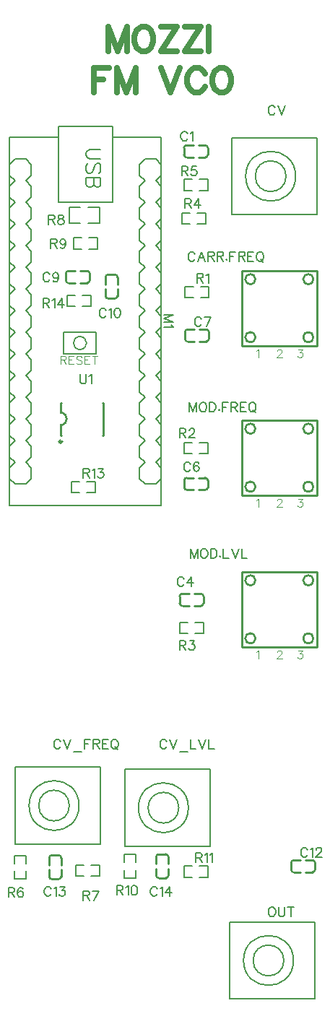
<source format=gto>
G04 Layer: TopSilkscreenLayer*
G04 EasyEDA v6.5.22, 2023-02-14 12:38:32*
G04 3ec02a8cd32b49f9a07c26a40bf890e6,7be1179030e74d40a97a3c751b95adb4,10*
G04 Gerber Generator version 0.2*
G04 Scale: 100 percent, Rotated: No, Reflected: No *
G04 Dimensions in millimeters *
G04 leading zeros omitted , absolute positions ,4 integer and 5 decimal *
%FSLAX45Y45*%
%MOMM*%

%ADD10C,0.7000*%
%ADD11C,0.1524*%
%ADD12C,0.1000*%
%ADD13C,0.1422*%
%ADD14C,0.0813*%
%ADD15C,0.2540*%
%ADD16C,0.1800*%
%ADD17C,0.1270*%
%ADD18C,0.3000*%
%ADD19C,0.0123*%

%LPD*%
D10*
X-2959100Y7135368D02*
G01*
X-2959100Y6848855D01*
X-2959100Y7135368D02*
G01*
X-2850134Y6848855D01*
X-2740913Y7135368D02*
G01*
X-2850134Y6848855D01*
X-2740913Y7135368D02*
G01*
X-2740913Y6848855D01*
X-2569210Y7135368D02*
G01*
X-2596387Y7121652D01*
X-2623565Y7094473D01*
X-2637281Y7067042D01*
X-2650997Y7026147D01*
X-2650997Y6958076D01*
X-2637281Y6917181D01*
X-2623565Y6889750D01*
X-2596387Y6862571D01*
X-2569210Y6848855D01*
X-2514600Y6848855D01*
X-2487168Y6862571D01*
X-2459989Y6889750D01*
X-2446273Y6917181D01*
X-2432812Y6958076D01*
X-2432812Y7026147D01*
X-2446273Y7067042D01*
X-2459989Y7094473D01*
X-2487168Y7121652D01*
X-2514600Y7135368D01*
X-2569210Y7135368D01*
X-2151887Y7135368D02*
G01*
X-2342642Y6848855D01*
X-2342642Y7135368D02*
G01*
X-2151887Y7135368D01*
X-2342642Y6848855D02*
G01*
X-2151887Y6848855D01*
X-1870963Y7135368D02*
G01*
X-2061718Y6848855D01*
X-2061718Y7135368D02*
G01*
X-1870963Y7135368D01*
X-2061718Y6848855D02*
G01*
X-1870963Y6848855D01*
X-1780794Y7135368D02*
G01*
X-1780794Y6848855D01*
X-3124200Y6652768D02*
G01*
X-3124200Y6366255D01*
X-3124200Y6652768D02*
G01*
X-2946907Y6652768D01*
X-3124200Y6516370D02*
G01*
X-3015234Y6516370D01*
X-2856992Y6652768D02*
G01*
X-2856992Y6366255D01*
X-2856992Y6652768D02*
G01*
X-2747771Y6366255D01*
X-2638805Y6652768D02*
G01*
X-2747771Y6366255D01*
X-2638805Y6652768D02*
G01*
X-2638805Y6366255D01*
X-2338831Y6652768D02*
G01*
X-2229612Y6366255D01*
X-2120645Y6652768D02*
G01*
X-2229612Y6366255D01*
X-1826005Y6584442D02*
G01*
X-1839721Y6611873D01*
X-1866900Y6639052D01*
X-1894078Y6652768D01*
X-1948687Y6652768D01*
X-1976120Y6639052D01*
X-2003297Y6611873D01*
X-2017013Y6584442D01*
X-2030476Y6543547D01*
X-2030476Y6475476D01*
X-2017013Y6434581D01*
X-2003297Y6407150D01*
X-1976120Y6379971D01*
X-1948687Y6366255D01*
X-1894078Y6366255D01*
X-1866900Y6379971D01*
X-1839721Y6407150D01*
X-1826005Y6434581D01*
X-1654302Y6652768D02*
G01*
X-1681479Y6639052D01*
X-1708657Y6611873D01*
X-1722373Y6584442D01*
X-1736089Y6543547D01*
X-1736089Y6475476D01*
X-1722373Y6434581D01*
X-1708657Y6407150D01*
X-1681479Y6379971D01*
X-1654302Y6366255D01*
X-1599692Y6366255D01*
X-1572260Y6379971D01*
X-1545081Y6407150D01*
X-1531365Y6434581D01*
X-1517904Y6475476D01*
X-1517904Y6543547D01*
X-1531365Y6584442D01*
X-1545081Y6611873D01*
X-1572260Y6639052D01*
X-1599692Y6652768D01*
X-1654302Y6652768D01*
D11*
X-2030221Y5880607D02*
G01*
X-2035555Y5891021D01*
X-2045970Y5901436D01*
X-2056129Y5906515D01*
X-2076957Y5906515D01*
X-2087371Y5901436D01*
X-2097786Y5891021D01*
X-2103120Y5880607D01*
X-2108200Y5864860D01*
X-2108200Y5838952D01*
X-2103120Y5823457D01*
X-2097786Y5813044D01*
X-2087371Y5802629D01*
X-2076957Y5797550D01*
X-2056129Y5797550D01*
X-2045970Y5802629D01*
X-2035555Y5813044D01*
X-2030221Y5823457D01*
X-1995931Y5885687D02*
G01*
X-1985518Y5891021D01*
X-1970023Y5906515D01*
X-1970023Y5797550D01*
X-2068321Y660907D02*
G01*
X-2073655Y671321D01*
X-2084070Y681736D01*
X-2094229Y686815D01*
X-2115057Y686815D01*
X-2125471Y681736D01*
X-2135886Y671321D01*
X-2141220Y660907D01*
X-2146300Y645160D01*
X-2146300Y619252D01*
X-2141220Y603757D01*
X-2135886Y593344D01*
X-2125471Y582929D01*
X-2115057Y577850D01*
X-2094229Y577850D01*
X-2084070Y582929D01*
X-2073655Y593344D01*
X-2068321Y603757D01*
X-1982215Y686815D02*
G01*
X-2034031Y614171D01*
X-1956054Y614171D01*
X-1982215Y686815D02*
G01*
X-1982215Y577850D01*
X-1992121Y2007107D02*
G01*
X-1997455Y2017521D01*
X-2007870Y2027936D01*
X-2018029Y2033015D01*
X-2038857Y2033015D01*
X-2049271Y2027936D01*
X-2059686Y2017521D01*
X-2065020Y2007107D01*
X-2070100Y1991360D01*
X-2070100Y1965452D01*
X-2065020Y1949957D01*
X-2059686Y1939544D01*
X-2049271Y1929129D01*
X-2038857Y1924050D01*
X-2018029Y1924050D01*
X-2007870Y1929129D01*
X-1997455Y1939544D01*
X-1992121Y1949957D01*
X-1895602Y2017521D02*
G01*
X-1900681Y2027936D01*
X-1916429Y2033015D01*
X-1926589Y2033015D01*
X-1942337Y2027936D01*
X-1952752Y2012187D01*
X-1957831Y1986279D01*
X-1957831Y1960371D01*
X-1952752Y1939544D01*
X-1942337Y1929129D01*
X-1926589Y1924050D01*
X-1921510Y1924050D01*
X-1906015Y1929129D01*
X-1895602Y1939544D01*
X-1890268Y1955037D01*
X-1890268Y1960371D01*
X-1895602Y1975865D01*
X-1906015Y1986279D01*
X-1921510Y1991360D01*
X-1926589Y1991360D01*
X-1942337Y1986279D01*
X-1952752Y1975865D01*
X-1957831Y1960371D01*
X-1865121Y3708907D02*
G01*
X-1870455Y3719321D01*
X-1880870Y3729736D01*
X-1891029Y3734815D01*
X-1911857Y3734815D01*
X-1922271Y3729736D01*
X-1932686Y3719321D01*
X-1938020Y3708907D01*
X-1943100Y3693160D01*
X-1943100Y3667252D01*
X-1938020Y3651757D01*
X-1932686Y3641344D01*
X-1922271Y3630929D01*
X-1911857Y3625850D01*
X-1891029Y3625850D01*
X-1880870Y3630929D01*
X-1870455Y3641344D01*
X-1865121Y3651757D01*
X-1758187Y3734815D02*
G01*
X-1810004Y3625850D01*
X-1830831Y3734815D02*
G01*
X-1758187Y3734815D01*
X-3643121Y4229607D02*
G01*
X-3648455Y4240021D01*
X-3658870Y4250436D01*
X-3669029Y4255515D01*
X-3689857Y4255515D01*
X-3700271Y4250436D01*
X-3710686Y4240021D01*
X-3716020Y4229607D01*
X-3721100Y4213860D01*
X-3721100Y4187952D01*
X-3716020Y4172457D01*
X-3710686Y4162044D01*
X-3700271Y4151629D01*
X-3689857Y4146550D01*
X-3669029Y4146550D01*
X-3658870Y4151629D01*
X-3648455Y4162044D01*
X-3643121Y4172457D01*
X-3541268Y4219194D02*
G01*
X-3546602Y4203700D01*
X-3557015Y4193286D01*
X-3572510Y4187952D01*
X-3577589Y4187952D01*
X-3593337Y4193286D01*
X-3603752Y4203700D01*
X-3608831Y4219194D01*
X-3608831Y4224273D01*
X-3603752Y4240021D01*
X-3593337Y4250436D01*
X-3577589Y4255515D01*
X-3572510Y4255515D01*
X-3557015Y4250436D01*
X-3546602Y4240021D01*
X-3541268Y4219194D01*
X-3541268Y4193286D01*
X-3546602Y4167123D01*
X-3557015Y4151629D01*
X-3572510Y4146550D01*
X-3582923Y4146550D01*
X-3598418Y4151629D01*
X-3603752Y4162044D01*
X-2982721Y3810507D02*
G01*
X-2988055Y3820921D01*
X-2998470Y3831336D01*
X-3008629Y3836415D01*
X-3029457Y3836415D01*
X-3039871Y3831336D01*
X-3050286Y3820921D01*
X-3055620Y3810507D01*
X-3060700Y3794760D01*
X-3060700Y3768852D01*
X-3055620Y3753357D01*
X-3050286Y3742944D01*
X-3039871Y3732529D01*
X-3029457Y3727450D01*
X-3008629Y3727450D01*
X-2998470Y3732529D01*
X-2988055Y3742944D01*
X-2982721Y3753357D01*
X-2948431Y3815587D02*
G01*
X-2938018Y3820921D01*
X-2922523Y3836415D01*
X-2922523Y3727450D01*
X-2856992Y3836415D02*
G01*
X-2872739Y3831336D01*
X-2882900Y3815587D01*
X-2888234Y3789679D01*
X-2888234Y3774186D01*
X-2882900Y3748023D01*
X-2872739Y3732529D01*
X-2856992Y3727450D01*
X-2846578Y3727450D01*
X-2831084Y3732529D01*
X-2820670Y3748023D01*
X-2815589Y3774186D01*
X-2815589Y3789679D01*
X-2820670Y3815587D01*
X-2831084Y3831336D01*
X-2846578Y3836415D01*
X-2856992Y3836415D01*
X-620521Y-2514092D02*
G01*
X-625855Y-2503678D01*
X-636270Y-2493263D01*
X-646429Y-2488184D01*
X-667257Y-2488184D01*
X-677671Y-2493263D01*
X-688086Y-2503678D01*
X-693420Y-2514092D01*
X-698500Y-2529839D01*
X-698500Y-2555747D01*
X-693420Y-2571242D01*
X-688086Y-2581655D01*
X-677671Y-2592070D01*
X-667257Y-2597150D01*
X-646429Y-2597150D01*
X-636270Y-2592070D01*
X-625855Y-2581655D01*
X-620521Y-2571242D01*
X-586231Y-2509012D02*
G01*
X-575818Y-2503678D01*
X-560323Y-2488184D01*
X-560323Y-2597150D01*
X-520700Y-2514092D02*
G01*
X-520700Y-2509012D01*
X-515620Y-2498597D01*
X-510539Y-2493263D01*
X-500126Y-2488184D01*
X-479297Y-2488184D01*
X-468884Y-2493263D01*
X-463550Y-2498597D01*
X-458470Y-2509012D01*
X-458470Y-2519426D01*
X-463550Y-2529839D01*
X-473963Y-2545334D01*
X-526034Y-2597150D01*
X-453389Y-2597150D01*
X-3630421Y-2971292D02*
G01*
X-3635755Y-2960878D01*
X-3646170Y-2950463D01*
X-3656329Y-2945384D01*
X-3677157Y-2945384D01*
X-3687571Y-2950463D01*
X-3697986Y-2960878D01*
X-3703320Y-2971292D01*
X-3708400Y-2987039D01*
X-3708400Y-3012947D01*
X-3703320Y-3028442D01*
X-3697986Y-3038855D01*
X-3687571Y-3049270D01*
X-3677157Y-3054350D01*
X-3656329Y-3054350D01*
X-3646170Y-3049270D01*
X-3635755Y-3038855D01*
X-3630421Y-3028442D01*
X-3596131Y-2966212D02*
G01*
X-3585718Y-2960878D01*
X-3570223Y-2945384D01*
X-3570223Y-3054350D01*
X-3525520Y-2945384D02*
G01*
X-3468370Y-2945384D01*
X-3499612Y-2987039D01*
X-3483863Y-2987039D01*
X-3473450Y-2992120D01*
X-3468370Y-2997200D01*
X-3463289Y-3012947D01*
X-3463289Y-3023362D01*
X-3468370Y-3038855D01*
X-3478784Y-3049270D01*
X-3494278Y-3054350D01*
X-3510026Y-3054350D01*
X-3525520Y-3049270D01*
X-3530600Y-3044189D01*
X-3535934Y-3033776D01*
X-2385821Y-2971292D02*
G01*
X-2391155Y-2960878D01*
X-2401570Y-2950463D01*
X-2411729Y-2945384D01*
X-2432557Y-2945384D01*
X-2442971Y-2950463D01*
X-2453386Y-2960878D01*
X-2458720Y-2971292D01*
X-2463800Y-2987039D01*
X-2463800Y-3012947D01*
X-2458720Y-3028442D01*
X-2453386Y-3038855D01*
X-2442971Y-3049270D01*
X-2432557Y-3054350D01*
X-2411729Y-3054350D01*
X-2401570Y-3049270D01*
X-2391155Y-3038855D01*
X-2385821Y-3028442D01*
X-2351531Y-2966212D02*
G01*
X-2341118Y-2960878D01*
X-2325623Y-2945384D01*
X-2325623Y-3054350D01*
X-2239263Y-2945384D02*
G01*
X-2291334Y-3018028D01*
X-2213355Y-3018028D01*
X-2239263Y-2945384D02*
G01*
X-2239263Y-3054350D01*
X-1941321Y4470907D02*
G01*
X-1946655Y4481321D01*
X-1957070Y4491736D01*
X-1967229Y4496815D01*
X-1988057Y4496815D01*
X-1998471Y4491736D01*
X-2008886Y4481321D01*
X-2014220Y4470907D01*
X-2019300Y4455160D01*
X-2019300Y4429252D01*
X-2014220Y4413757D01*
X-2008886Y4403344D01*
X-1998471Y4392929D01*
X-1988057Y4387850D01*
X-1967229Y4387850D01*
X-1957070Y4392929D01*
X-1946655Y4403344D01*
X-1941321Y4413757D01*
X-1865629Y4496815D02*
G01*
X-1907031Y4387850D01*
X-1865629Y4496815D02*
G01*
X-1823973Y4387850D01*
X-1891537Y4424171D02*
G01*
X-1839468Y4424171D01*
X-1789684Y4496815D02*
G01*
X-1789684Y4387850D01*
X-1789684Y4496815D02*
G01*
X-1742947Y4496815D01*
X-1727200Y4491736D01*
X-1722120Y4486402D01*
X-1717039Y4475987D01*
X-1717039Y4465573D01*
X-1722120Y4455160D01*
X-1727200Y4450079D01*
X-1742947Y4445000D01*
X-1789684Y4445000D01*
X-1753362Y4445000D02*
G01*
X-1717039Y4387850D01*
X-1682750Y4496815D02*
G01*
X-1682750Y4387850D01*
X-1682750Y4496815D02*
G01*
X-1635760Y4496815D01*
X-1620265Y4491736D01*
X-1615186Y4486402D01*
X-1609852Y4475987D01*
X-1609852Y4465573D01*
X-1615186Y4455160D01*
X-1620265Y4450079D01*
X-1635760Y4445000D01*
X-1682750Y4445000D01*
X-1646173Y4445000D02*
G01*
X-1609852Y4387850D01*
X-1570481Y4413757D02*
G01*
X-1575562Y4408423D01*
X-1570481Y4403344D01*
X-1565147Y4408423D01*
X-1570481Y4413757D01*
X-1530857Y4496815D02*
G01*
X-1530857Y4387850D01*
X-1530857Y4496815D02*
G01*
X-1463294Y4496815D01*
X-1530857Y4445000D02*
G01*
X-1489455Y4445000D01*
X-1429004Y4496815D02*
G01*
X-1429004Y4387850D01*
X-1429004Y4496815D02*
G01*
X-1382268Y4496815D01*
X-1366773Y4491736D01*
X-1361439Y4486402D01*
X-1356360Y4475987D01*
X-1356360Y4465573D01*
X-1361439Y4455160D01*
X-1366773Y4450079D01*
X-1382268Y4445000D01*
X-1429004Y4445000D01*
X-1392681Y4445000D02*
G01*
X-1356360Y4387850D01*
X-1322070Y4496815D02*
G01*
X-1322070Y4387850D01*
X-1322070Y4496815D02*
G01*
X-1254505Y4496815D01*
X-1322070Y4445000D02*
G01*
X-1280413Y4445000D01*
X-1322070Y4387850D02*
G01*
X-1254505Y4387850D01*
X-1188973Y4496815D02*
G01*
X-1199387Y4491736D01*
X-1209802Y4481321D01*
X-1215136Y4470907D01*
X-1220215Y4455160D01*
X-1220215Y4429252D01*
X-1215136Y4413757D01*
X-1209802Y4403344D01*
X-1199387Y4392929D01*
X-1188973Y4387850D01*
X-1168400Y4387850D01*
X-1157986Y4392929D01*
X-1147571Y4403344D01*
X-1142237Y4413757D01*
X-1137157Y4429252D01*
X-1137157Y4455160D01*
X-1142237Y4470907D01*
X-1147571Y4481321D01*
X-1157986Y4491736D01*
X-1168400Y4496815D01*
X-1188973Y4496815D01*
X-1173479Y4408423D02*
G01*
X-1142237Y4377436D01*
D12*
X-1222496Y3338614D02*
G01*
X-1213352Y3343186D01*
X-1199890Y3356902D01*
X-1199890Y3261398D01*
X-977927Y3334039D02*
G01*
X-977927Y3338611D01*
X-973355Y3347755D01*
X-968783Y3352327D01*
X-959639Y3356899D01*
X-941605Y3356899D01*
X-932461Y3352327D01*
X-927889Y3347755D01*
X-923317Y3338611D01*
X-923317Y3329467D01*
X-927889Y3320577D01*
X-937033Y3306861D01*
X-982499Y3261395D01*
X-918745Y3261395D01*
X-733356Y3356902D02*
G01*
X-683318Y3356902D01*
X-710496Y3320580D01*
X-697034Y3320580D01*
X-687890Y3316008D01*
X-683318Y3311436D01*
X-678746Y3297720D01*
X-678746Y3288830D01*
X-683318Y3275114D01*
X-692462Y3265970D01*
X-706178Y3261398D01*
X-719640Y3261398D01*
X-733356Y3265970D01*
X-737928Y3270542D01*
X-742500Y3279686D01*
D11*
X-2006600Y2731515D02*
G01*
X-2006600Y2622550D01*
X-2006600Y2731515D02*
G01*
X-1964944Y2622550D01*
X-1923542Y2731515D02*
G01*
X-1964944Y2622550D01*
X-1923542Y2731515D02*
G01*
X-1923542Y2622550D01*
X-1858010Y2731515D02*
G01*
X-1868423Y2726436D01*
X-1878837Y2716021D01*
X-1883918Y2705607D01*
X-1889252Y2689860D01*
X-1889252Y2663952D01*
X-1883918Y2648457D01*
X-1878837Y2638044D01*
X-1868423Y2627629D01*
X-1858010Y2622550D01*
X-1837181Y2622550D01*
X-1826768Y2627629D01*
X-1816354Y2638044D01*
X-1811273Y2648457D01*
X-1805939Y2663952D01*
X-1805939Y2689860D01*
X-1811273Y2705607D01*
X-1816354Y2716021D01*
X-1826768Y2726436D01*
X-1837181Y2731515D01*
X-1858010Y2731515D01*
X-1771650Y2731515D02*
G01*
X-1771650Y2622550D01*
X-1771650Y2731515D02*
G01*
X-1735328Y2731515D01*
X-1719834Y2726436D01*
X-1709420Y2716021D01*
X-1704339Y2705607D01*
X-1699005Y2689860D01*
X-1699005Y2663952D01*
X-1704339Y2648457D01*
X-1709420Y2638044D01*
X-1719834Y2627629D01*
X-1735328Y2622550D01*
X-1771650Y2622550D01*
X-1659636Y2648457D02*
G01*
X-1664715Y2643123D01*
X-1659636Y2638044D01*
X-1654302Y2643123D01*
X-1659636Y2648457D01*
X-1620012Y2731515D02*
G01*
X-1620012Y2622550D01*
X-1620012Y2731515D02*
G01*
X-1552447Y2731515D01*
X-1620012Y2679700D02*
G01*
X-1578610Y2679700D01*
X-1518157Y2731515D02*
G01*
X-1518157Y2622550D01*
X-1518157Y2731515D02*
G01*
X-1471421Y2731515D01*
X-1455928Y2726436D01*
X-1450594Y2721102D01*
X-1445513Y2710687D01*
X-1445513Y2700273D01*
X-1450594Y2689860D01*
X-1455928Y2684779D01*
X-1471421Y2679700D01*
X-1518157Y2679700D01*
X-1481836Y2679700D02*
G01*
X-1445513Y2622550D01*
X-1411223Y2731515D02*
G01*
X-1411223Y2622550D01*
X-1411223Y2731515D02*
G01*
X-1343660Y2731515D01*
X-1411223Y2679700D02*
G01*
X-1369568Y2679700D01*
X-1411223Y2622550D02*
G01*
X-1343660Y2622550D01*
X-1278128Y2731515D02*
G01*
X-1288542Y2726436D01*
X-1298955Y2716021D01*
X-1304289Y2705607D01*
X-1309370Y2689860D01*
X-1309370Y2663952D01*
X-1304289Y2648457D01*
X-1298955Y2638044D01*
X-1288542Y2627629D01*
X-1278128Y2622550D01*
X-1257300Y2622550D01*
X-1247139Y2627629D01*
X-1236726Y2638044D01*
X-1231392Y2648457D01*
X-1226312Y2663952D01*
X-1226312Y2689860D01*
X-1231392Y2705607D01*
X-1236726Y2716021D01*
X-1247139Y2726436D01*
X-1257300Y2731515D01*
X-1278128Y2731515D01*
X-1262634Y2643123D02*
G01*
X-1231392Y2612136D01*
D12*
X-1222496Y1586014D02*
G01*
X-1213352Y1590586D01*
X-1199890Y1604302D01*
X-1199890Y1508798D01*
X-977927Y1581439D02*
G01*
X-977927Y1586011D01*
X-973355Y1595155D01*
X-968783Y1599727D01*
X-959639Y1604299D01*
X-941605Y1604299D01*
X-932461Y1599727D01*
X-927889Y1595155D01*
X-923317Y1586011D01*
X-923317Y1576867D01*
X-927889Y1567977D01*
X-937033Y1554261D01*
X-982499Y1508795D01*
X-918745Y1508795D01*
X-733356Y1604302D02*
G01*
X-683318Y1604302D01*
X-710496Y1567980D01*
X-697034Y1567980D01*
X-687890Y1563408D01*
X-683318Y1558836D01*
X-678746Y1545120D01*
X-678746Y1536230D01*
X-683318Y1522514D01*
X-692462Y1513370D01*
X-706178Y1508798D01*
X-719640Y1508798D01*
X-733356Y1513370D01*
X-737928Y1517942D01*
X-742500Y1527086D01*
D11*
X-1993900Y1017015D02*
G01*
X-1993900Y908050D01*
X-1993900Y1017015D02*
G01*
X-1952244Y908050D01*
X-1910842Y1017015D02*
G01*
X-1952244Y908050D01*
X-1910842Y1017015D02*
G01*
X-1910842Y908050D01*
X-1845310Y1017015D02*
G01*
X-1855723Y1011936D01*
X-1866137Y1001521D01*
X-1871218Y991107D01*
X-1876552Y975360D01*
X-1876552Y949452D01*
X-1871218Y933957D01*
X-1866137Y923544D01*
X-1855723Y913129D01*
X-1845310Y908050D01*
X-1824481Y908050D01*
X-1814068Y913129D01*
X-1803654Y923544D01*
X-1798573Y933957D01*
X-1793239Y949452D01*
X-1793239Y975360D01*
X-1798573Y991107D01*
X-1803654Y1001521D01*
X-1814068Y1011936D01*
X-1824481Y1017015D01*
X-1845310Y1017015D01*
X-1758950Y1017015D02*
G01*
X-1758950Y908050D01*
X-1758950Y1017015D02*
G01*
X-1722628Y1017015D01*
X-1707134Y1011936D01*
X-1696720Y1001521D01*
X-1691639Y991107D01*
X-1686305Y975360D01*
X-1686305Y949452D01*
X-1691639Y933957D01*
X-1696720Y923544D01*
X-1707134Y913129D01*
X-1722628Y908050D01*
X-1758950Y908050D01*
X-1646936Y933957D02*
G01*
X-1652015Y928623D01*
X-1646936Y923544D01*
X-1641602Y928623D01*
X-1646936Y933957D01*
X-1607312Y1017015D02*
G01*
X-1607312Y908050D01*
X-1607312Y908050D02*
G01*
X-1545081Y908050D01*
X-1510792Y1017015D02*
G01*
X-1469136Y908050D01*
X-1427479Y1017015D02*
G01*
X-1469136Y908050D01*
X-1393189Y1017015D02*
G01*
X-1393189Y908050D01*
X-1393189Y908050D02*
G01*
X-1330960Y908050D01*
D12*
X-1222496Y-191985D02*
G01*
X-1213352Y-187413D01*
X-1199890Y-173697D01*
X-1199890Y-269201D01*
X-977927Y-196560D02*
G01*
X-977927Y-191988D01*
X-973355Y-182844D01*
X-968783Y-178272D01*
X-959639Y-173700D01*
X-941605Y-173700D01*
X-932461Y-178272D01*
X-927889Y-182844D01*
X-923317Y-191988D01*
X-923317Y-201132D01*
X-927889Y-210022D01*
X-937033Y-223738D01*
X-982499Y-269204D01*
X-918745Y-269204D01*
X-733356Y-173697D02*
G01*
X-683318Y-173697D01*
X-710496Y-210019D01*
X-697034Y-210019D01*
X-687890Y-214591D01*
X-683318Y-219163D01*
X-678746Y-232879D01*
X-678746Y-241769D01*
X-683318Y-255485D01*
X-692462Y-264629D01*
X-706178Y-269201D01*
X-719640Y-269201D01*
X-733356Y-264629D01*
X-737928Y-260057D01*
X-742500Y-250913D01*
D11*
X-3516121Y-1244092D02*
G01*
X-3521455Y-1233678D01*
X-3531870Y-1223263D01*
X-3542029Y-1218184D01*
X-3562857Y-1218184D01*
X-3573271Y-1223263D01*
X-3583686Y-1233678D01*
X-3589020Y-1244092D01*
X-3594100Y-1259839D01*
X-3594100Y-1285747D01*
X-3589020Y-1301242D01*
X-3583686Y-1311655D01*
X-3573271Y-1322070D01*
X-3562857Y-1327150D01*
X-3542029Y-1327150D01*
X-3531870Y-1322070D01*
X-3521455Y-1311655D01*
X-3516121Y-1301242D01*
X-3481831Y-1218184D02*
G01*
X-3440429Y-1327150D01*
X-3398773Y-1218184D02*
G01*
X-3440429Y-1327150D01*
X-3364484Y-1363726D02*
G01*
X-3271012Y-1363726D01*
X-3236721Y-1218184D02*
G01*
X-3236721Y-1327150D01*
X-3236721Y-1218184D02*
G01*
X-3169157Y-1218184D01*
X-3236721Y-1270000D02*
G01*
X-3195065Y-1270000D01*
X-3134868Y-1218184D02*
G01*
X-3134868Y-1327150D01*
X-3134868Y-1218184D02*
G01*
X-3088131Y-1218184D01*
X-3072384Y-1223263D01*
X-3067304Y-1228597D01*
X-3061970Y-1239012D01*
X-3061970Y-1249426D01*
X-3067304Y-1259839D01*
X-3072384Y-1264920D01*
X-3088131Y-1270000D01*
X-3134868Y-1270000D01*
X-3098545Y-1270000D02*
G01*
X-3061970Y-1327150D01*
X-3027679Y-1218184D02*
G01*
X-3027679Y-1327150D01*
X-3027679Y-1218184D02*
G01*
X-2960370Y-1218184D01*
X-3027679Y-1270000D02*
G01*
X-2986278Y-1270000D01*
X-3027679Y-1327150D02*
G01*
X-2960370Y-1327150D01*
X-2894837Y-1218184D02*
G01*
X-2905252Y-1223263D01*
X-2915665Y-1233678D01*
X-2920745Y-1244092D01*
X-2926079Y-1259839D01*
X-2926079Y-1285747D01*
X-2920745Y-1301242D01*
X-2915665Y-1311655D01*
X-2905252Y-1322070D01*
X-2894837Y-1327150D01*
X-2874010Y-1327150D01*
X-2863595Y-1322070D01*
X-2853181Y-1311655D01*
X-2848102Y-1301242D01*
X-2842768Y-1285747D01*
X-2842768Y-1259839D01*
X-2848102Y-1244092D01*
X-2853181Y-1233678D01*
X-2863595Y-1223263D01*
X-2874010Y-1218184D01*
X-2894837Y-1218184D01*
X-2879089Y-1306576D02*
G01*
X-2848102Y-1337563D01*
X-2271521Y-1244092D02*
G01*
X-2276855Y-1233678D01*
X-2287270Y-1223263D01*
X-2297429Y-1218184D01*
X-2318257Y-1218184D01*
X-2328671Y-1223263D01*
X-2339086Y-1233678D01*
X-2344420Y-1244092D01*
X-2349500Y-1259839D01*
X-2349500Y-1285747D01*
X-2344420Y-1301242D01*
X-2339086Y-1311655D01*
X-2328671Y-1322070D01*
X-2318257Y-1327150D01*
X-2297429Y-1327150D01*
X-2287270Y-1322070D01*
X-2276855Y-1311655D01*
X-2271521Y-1301242D01*
X-2237231Y-1218184D02*
G01*
X-2195829Y-1327150D01*
X-2154173Y-1218184D02*
G01*
X-2195829Y-1327150D01*
X-2119884Y-1363726D02*
G01*
X-2026412Y-1363726D01*
X-1992121Y-1218184D02*
G01*
X-1992121Y-1327150D01*
X-1992121Y-1327150D02*
G01*
X-1929637Y-1327150D01*
X-1895347Y-1218184D02*
G01*
X-1853945Y-1327150D01*
X-1812289Y-1218184D02*
G01*
X-1853945Y-1327150D01*
X-1778000Y-1218184D02*
G01*
X-1778000Y-1327150D01*
X-1778000Y-1327150D02*
G01*
X-1715770Y-1327150D01*
X-1001521Y6185407D02*
G01*
X-1006855Y6195821D01*
X-1017270Y6206236D01*
X-1027429Y6211315D01*
X-1048257Y6211315D01*
X-1058671Y6206236D01*
X-1069086Y6195821D01*
X-1074420Y6185407D01*
X-1079500Y6169660D01*
X-1079500Y6143752D01*
X-1074420Y6128257D01*
X-1069086Y6117844D01*
X-1058671Y6107429D01*
X-1048257Y6102350D01*
X-1027429Y6102350D01*
X-1017270Y6107429D01*
X-1006855Y6117844D01*
X-1001521Y6128257D01*
X-967231Y6211315D02*
G01*
X-925829Y6102350D01*
X-884173Y6211315D02*
G01*
X-925829Y6102350D01*
X-1048257Y-3186684D02*
G01*
X-1058671Y-3191763D01*
X-1069086Y-3202178D01*
X-1074420Y-3212592D01*
X-1079500Y-3228339D01*
X-1079500Y-3254247D01*
X-1074420Y-3269742D01*
X-1069086Y-3280155D01*
X-1058671Y-3290570D01*
X-1048257Y-3295650D01*
X-1027429Y-3295650D01*
X-1017270Y-3290570D01*
X-1006855Y-3280155D01*
X-1001521Y-3269742D01*
X-996442Y-3254247D01*
X-996442Y-3228339D01*
X-1001521Y-3212592D01*
X-1006855Y-3202178D01*
X-1017270Y-3191763D01*
X-1027429Y-3186684D01*
X-1048257Y-3186684D01*
X-962152Y-3186684D02*
G01*
X-962152Y-3264662D01*
X-956818Y-3280155D01*
X-946404Y-3290570D01*
X-930910Y-3295650D01*
X-920495Y-3295650D01*
X-905002Y-3290570D01*
X-894587Y-3280155D01*
X-889254Y-3264662D01*
X-889254Y-3186684D01*
X-818642Y-3186684D02*
G01*
X-818642Y-3295650D01*
X-854963Y-3186684D02*
G01*
X-782320Y-3186684D01*
X-2196084Y3759200D02*
G01*
X-2305050Y3759200D01*
X-2196084Y3759200D02*
G01*
X-2305050Y3717544D01*
X-2196084Y3676142D02*
G01*
X-2305050Y3717544D01*
X-2196084Y3676142D02*
G01*
X-2305050Y3676142D01*
X-2216912Y3641852D02*
G01*
X-2211578Y3631437D01*
X-2196084Y3615689D01*
X-2305050Y3615689D01*
D13*
X-3046476Y5701029D02*
G01*
X-3167634Y5701029D01*
X-3191763Y5692902D01*
X-3208020Y5676900D01*
X-3216147Y5652515D01*
X-3216147Y5636260D01*
X-3208020Y5612129D01*
X-3191763Y5595873D01*
X-3167634Y5588000D01*
X-3046476Y5588000D01*
X-3070605Y5421376D02*
G01*
X-3054350Y5437631D01*
X-3046476Y5461762D01*
X-3046476Y5494020D01*
X-3054350Y5518404D01*
X-3070605Y5534660D01*
X-3086862Y5534660D01*
X-3102863Y5526531D01*
X-3110992Y5518404D01*
X-3119120Y5502147D01*
X-3135376Y5453634D01*
X-3143250Y5437631D01*
X-3151378Y5429504D01*
X-3167634Y5421376D01*
X-3191763Y5421376D01*
X-3208020Y5437631D01*
X-3216147Y5461762D01*
X-3216147Y5494020D01*
X-3208020Y5518404D01*
X-3191763Y5534660D01*
X-3046476Y5368036D02*
G01*
X-3216147Y5368036D01*
X-3046476Y5368036D02*
G01*
X-3046476Y5295392D01*
X-3054350Y5271007D01*
X-3062478Y5262879D01*
X-3078734Y5255005D01*
X-3094989Y5255005D01*
X-3110992Y5262879D01*
X-3119120Y5271007D01*
X-3127247Y5295392D01*
X-3127247Y5368036D02*
G01*
X-3127247Y5295392D01*
X-3135376Y5271007D01*
X-3143250Y5262879D01*
X-3159505Y5255005D01*
X-3183889Y5255005D01*
X-3199892Y5262879D01*
X-3208020Y5271007D01*
X-3216147Y5295392D01*
X-3216147Y5368036D01*
D14*
X-3517900Y3277615D02*
G01*
X-3517900Y3180587D01*
X-3517900Y3277615D02*
G01*
X-3476244Y3277615D01*
X-3462528Y3272789D01*
X-3457955Y3268218D01*
X-3453129Y3259073D01*
X-3453129Y3249929D01*
X-3457955Y3240531D01*
X-3462528Y3235960D01*
X-3476244Y3231387D01*
X-3517900Y3231387D01*
X-3485642Y3231387D02*
G01*
X-3453129Y3180587D01*
X-3422650Y3277615D02*
G01*
X-3422650Y3180587D01*
X-3422650Y3277615D02*
G01*
X-3362705Y3277615D01*
X-3422650Y3231387D02*
G01*
X-3385820Y3231387D01*
X-3422650Y3180587D02*
G01*
X-3362705Y3180587D01*
X-3267710Y3263645D02*
G01*
X-3276854Y3272789D01*
X-3290570Y3277615D01*
X-3309112Y3277615D01*
X-3323081Y3272789D01*
X-3332226Y3263645D01*
X-3332226Y3254502D01*
X-3327654Y3245104D01*
X-3323081Y3240531D01*
X-3313684Y3235960D01*
X-3285997Y3226815D01*
X-3276854Y3221989D01*
X-3272281Y3217418D01*
X-3267710Y3208273D01*
X-3267710Y3194304D01*
X-3276854Y3185160D01*
X-3290570Y3180587D01*
X-3309112Y3180587D01*
X-3323081Y3185160D01*
X-3332226Y3194304D01*
X-3237229Y3277615D02*
G01*
X-3237229Y3180587D01*
X-3237229Y3277615D02*
G01*
X-3177031Y3277615D01*
X-3237229Y3231387D02*
G01*
X-3200145Y3231387D01*
X-3237229Y3180587D02*
G01*
X-3177031Y3180587D01*
X-3114294Y3277615D02*
G01*
X-3114294Y3180587D01*
X-3146552Y3277615D02*
G01*
X-3082036Y3277615D01*
D11*
X-1917700Y4242815D02*
G01*
X-1917700Y4133850D01*
X-1917700Y4242815D02*
G01*
X-1870963Y4242815D01*
X-1855470Y4237736D01*
X-1850136Y4232402D01*
X-1845055Y4221987D01*
X-1845055Y4211573D01*
X-1850136Y4201160D01*
X-1855470Y4196079D01*
X-1870963Y4191000D01*
X-1917700Y4191000D01*
X-1881378Y4191000D02*
G01*
X-1845055Y4133850D01*
X-1810765Y4221987D02*
G01*
X-1800352Y4227321D01*
X-1784604Y4242815D01*
X-1784604Y4133850D01*
X-2120900Y2426715D02*
G01*
X-2120900Y2317750D01*
X-2120900Y2426715D02*
G01*
X-2074163Y2426715D01*
X-2058670Y2421636D01*
X-2053336Y2416302D01*
X-2048255Y2405887D01*
X-2048255Y2395473D01*
X-2053336Y2385060D01*
X-2058670Y2379979D01*
X-2074163Y2374900D01*
X-2120900Y2374900D01*
X-2084578Y2374900D02*
G01*
X-2048255Y2317750D01*
X-2008631Y2400807D02*
G01*
X-2008631Y2405887D01*
X-2003552Y2416302D01*
X-1998218Y2421636D01*
X-1987804Y2426715D01*
X-1967229Y2426715D01*
X-1956815Y2421636D01*
X-1951481Y2416302D01*
X-1946402Y2405887D01*
X-1946402Y2395473D01*
X-1951481Y2385060D01*
X-1961895Y2369565D01*
X-2013965Y2317750D01*
X-1941068Y2317750D01*
X-2120900Y-62484D02*
G01*
X-2120900Y-171450D01*
X-2120900Y-62484D02*
G01*
X-2074163Y-62484D01*
X-2058670Y-67563D01*
X-2053336Y-72897D01*
X-2048255Y-83312D01*
X-2048255Y-93726D01*
X-2053336Y-104139D01*
X-2058670Y-109220D01*
X-2074163Y-114300D01*
X-2120900Y-114300D01*
X-2084578Y-114300D02*
G01*
X-2048255Y-171450D01*
X-2003552Y-62484D02*
G01*
X-1946402Y-62484D01*
X-1977389Y-104139D01*
X-1961895Y-104139D01*
X-1951481Y-109220D01*
X-1946402Y-114300D01*
X-1941068Y-130047D01*
X-1941068Y-140462D01*
X-1946402Y-155955D01*
X-1956815Y-166370D01*
X-1972310Y-171450D01*
X-1987804Y-171450D01*
X-2003552Y-166370D01*
X-2008631Y-161289D01*
X-2013965Y-150876D01*
X-4127500Y-2958084D02*
G01*
X-4127500Y-3067050D01*
X-4127500Y-2958084D02*
G01*
X-4080763Y-2958084D01*
X-4065270Y-2963163D01*
X-4059936Y-2968497D01*
X-4054855Y-2978912D01*
X-4054855Y-2989326D01*
X-4059936Y-2999739D01*
X-4065270Y-3004820D01*
X-4080763Y-3009900D01*
X-4127500Y-3009900D01*
X-4091178Y-3009900D02*
G01*
X-4054855Y-3067050D01*
X-3958081Y-2973578D02*
G01*
X-3963415Y-2963163D01*
X-3978910Y-2958084D01*
X-3989323Y-2958084D01*
X-4004818Y-2963163D01*
X-4015231Y-2978912D01*
X-4020565Y-3004820D01*
X-4020565Y-3030728D01*
X-4015231Y-3051555D01*
X-4004818Y-3061970D01*
X-3989323Y-3067050D01*
X-3983989Y-3067050D01*
X-3968495Y-3061970D01*
X-3958081Y-3051555D01*
X-3953002Y-3036062D01*
X-3953002Y-3030728D01*
X-3958081Y-3015234D01*
X-3968495Y-3004820D01*
X-3983989Y-2999739D01*
X-3989323Y-2999739D01*
X-4004818Y-3004820D01*
X-4015231Y-3015234D01*
X-4020565Y-3030728D01*
X-3251200Y-2996184D02*
G01*
X-3251200Y-3105150D01*
X-3251200Y-2996184D02*
G01*
X-3204463Y-2996184D01*
X-3188970Y-3001263D01*
X-3183636Y-3006597D01*
X-3178555Y-3017012D01*
X-3178555Y-3027426D01*
X-3183636Y-3037839D01*
X-3188970Y-3042920D01*
X-3204463Y-3048000D01*
X-3251200Y-3048000D01*
X-3214878Y-3048000D02*
G01*
X-3178555Y-3105150D01*
X-3071368Y-2996184D02*
G01*
X-3123437Y-3105150D01*
X-3144265Y-2996184D02*
G01*
X-3071368Y-2996184D01*
X-2857500Y-2932684D02*
G01*
X-2857500Y-3041650D01*
X-2857500Y-2932684D02*
G01*
X-2810763Y-2932684D01*
X-2795270Y-2937763D01*
X-2789936Y-2943097D01*
X-2784855Y-2953512D01*
X-2784855Y-2963926D01*
X-2789936Y-2974339D01*
X-2795270Y-2979420D01*
X-2810763Y-2984500D01*
X-2857500Y-2984500D01*
X-2821178Y-2984500D02*
G01*
X-2784855Y-3041650D01*
X-2750565Y-2953512D02*
G01*
X-2740152Y-2948178D01*
X-2724404Y-2932684D01*
X-2724404Y-3041650D01*
X-2659126Y-2932684D02*
G01*
X-2674620Y-2937763D01*
X-2685034Y-2953512D01*
X-2690113Y-2979420D01*
X-2690113Y-2994913D01*
X-2685034Y-3021076D01*
X-2674620Y-3036570D01*
X-2659126Y-3041650D01*
X-2648712Y-3041650D01*
X-2632963Y-3036570D01*
X-2622550Y-3021076D01*
X-2617470Y-2994913D01*
X-2617470Y-2979420D01*
X-2622550Y-2953512D01*
X-2632963Y-2937763D01*
X-2648712Y-2932684D01*
X-2659126Y-2932684D01*
X-1930400Y-2551684D02*
G01*
X-1930400Y-2660650D01*
X-1930400Y-2551684D02*
G01*
X-1883663Y-2551684D01*
X-1868170Y-2556763D01*
X-1862836Y-2562097D01*
X-1857755Y-2572512D01*
X-1857755Y-2582926D01*
X-1862836Y-2593339D01*
X-1868170Y-2598420D01*
X-1883663Y-2603500D01*
X-1930400Y-2603500D01*
X-1894078Y-2603500D02*
G01*
X-1857755Y-2660650D01*
X-1823465Y-2572512D02*
G01*
X-1813052Y-2567178D01*
X-1797304Y-2551684D01*
X-1797304Y-2660650D01*
X-1763013Y-2572512D02*
G01*
X-1752600Y-2567178D01*
X-1737105Y-2551684D01*
X-1737105Y-2660650D01*
X-2057400Y5119115D02*
G01*
X-2057400Y5010150D01*
X-2057400Y5119115D02*
G01*
X-2010663Y5119115D01*
X-1995170Y5114036D01*
X-1989836Y5108702D01*
X-1984755Y5098287D01*
X-1984755Y5087873D01*
X-1989836Y5077460D01*
X-1995170Y5072379D01*
X-2010663Y5067300D01*
X-2057400Y5067300D01*
X-2021078Y5067300D02*
G01*
X-1984755Y5010150D01*
X-1898395Y5119115D02*
G01*
X-1950465Y5046471D01*
X-1872487Y5046471D01*
X-1898395Y5119115D02*
G01*
X-1898395Y5010150D01*
X-2095500Y5500115D02*
G01*
X-2095500Y5391150D01*
X-2095500Y5500115D02*
G01*
X-2048763Y5500115D01*
X-2033270Y5495036D01*
X-2027936Y5489702D01*
X-2022855Y5479287D01*
X-2022855Y5468873D01*
X-2027936Y5458460D01*
X-2033270Y5453379D01*
X-2048763Y5448300D01*
X-2095500Y5448300D01*
X-2059178Y5448300D02*
G01*
X-2022855Y5391150D01*
X-1926081Y5500115D02*
G01*
X-1978152Y5500115D01*
X-1983231Y5453379D01*
X-1978152Y5458460D01*
X-1962404Y5463794D01*
X-1946910Y5463794D01*
X-1931415Y5458460D01*
X-1921002Y5448300D01*
X-1915668Y5432552D01*
X-1915668Y5422137D01*
X-1921002Y5406644D01*
X-1931415Y5396229D01*
X-1946910Y5391150D01*
X-1962404Y5391150D01*
X-1978152Y5396229D01*
X-1983231Y5401310D01*
X-1988565Y5411723D01*
X-3632200Y4649215D02*
G01*
X-3632200Y4540250D01*
X-3632200Y4649215D02*
G01*
X-3585463Y4649215D01*
X-3569970Y4644136D01*
X-3564636Y4638802D01*
X-3559555Y4628387D01*
X-3559555Y4617973D01*
X-3564636Y4607560D01*
X-3569970Y4602479D01*
X-3585463Y4597400D01*
X-3632200Y4597400D01*
X-3595878Y4597400D02*
G01*
X-3559555Y4540250D01*
X-3457702Y4612894D02*
G01*
X-3462781Y4597400D01*
X-3473195Y4586986D01*
X-3488689Y4581652D01*
X-3494023Y4581652D01*
X-3509518Y4586986D01*
X-3519931Y4597400D01*
X-3525265Y4612894D01*
X-3525265Y4617973D01*
X-3519931Y4633721D01*
X-3509518Y4644136D01*
X-3494023Y4649215D01*
X-3488689Y4649215D01*
X-3473195Y4644136D01*
X-3462781Y4633721D01*
X-3457702Y4612894D01*
X-3457702Y4586986D01*
X-3462781Y4560823D01*
X-3473195Y4545329D01*
X-3488689Y4540250D01*
X-3499104Y4540250D01*
X-3514852Y4545329D01*
X-3519931Y4555744D01*
X-3251200Y1956815D02*
G01*
X-3251200Y1847850D01*
X-3251200Y1956815D02*
G01*
X-3204463Y1956815D01*
X-3188970Y1951736D01*
X-3183636Y1946402D01*
X-3178555Y1935987D01*
X-3178555Y1925573D01*
X-3183636Y1915160D01*
X-3188970Y1910079D01*
X-3204463Y1905000D01*
X-3251200Y1905000D01*
X-3214878Y1905000D02*
G01*
X-3178555Y1847850D01*
X-3144265Y1935987D02*
G01*
X-3133852Y1941321D01*
X-3118104Y1956815D01*
X-3118104Y1847850D01*
X-3073400Y1956815D02*
G01*
X-3016250Y1956815D01*
X-3047492Y1915160D01*
X-3031997Y1915160D01*
X-3021584Y1910079D01*
X-3016250Y1905000D01*
X-3011170Y1889252D01*
X-3011170Y1878837D01*
X-3016250Y1863344D01*
X-3026663Y1852929D01*
X-3042412Y1847850D01*
X-3057905Y1847850D01*
X-3073400Y1852929D01*
X-3078734Y1858010D01*
X-3083813Y1868423D01*
X-3721100Y3950715D02*
G01*
X-3721100Y3841750D01*
X-3721100Y3950715D02*
G01*
X-3674363Y3950715D01*
X-3658870Y3945636D01*
X-3653536Y3940302D01*
X-3648455Y3929887D01*
X-3648455Y3919473D01*
X-3653536Y3909060D01*
X-3658870Y3903979D01*
X-3674363Y3898900D01*
X-3721100Y3898900D01*
X-3684778Y3898900D02*
G01*
X-3648455Y3841750D01*
X-3614165Y3929887D02*
G01*
X-3603752Y3935221D01*
X-3588004Y3950715D01*
X-3588004Y3841750D01*
X-3501897Y3950715D02*
G01*
X-3553713Y3878071D01*
X-3475989Y3878071D01*
X-3501897Y3950715D02*
G01*
X-3501897Y3841750D01*
X-3657600Y4928615D02*
G01*
X-3657600Y4819650D01*
X-3657600Y4928615D02*
G01*
X-3610863Y4928615D01*
X-3595370Y4923536D01*
X-3590036Y4918202D01*
X-3584955Y4907787D01*
X-3584955Y4897373D01*
X-3590036Y4886960D01*
X-3595370Y4881879D01*
X-3610863Y4876800D01*
X-3657600Y4876800D01*
X-3621278Y4876800D02*
G01*
X-3584955Y4819650D01*
X-3524504Y4928615D02*
G01*
X-3540252Y4923536D01*
X-3545331Y4913121D01*
X-3545331Y4902707D01*
X-3540252Y4892294D01*
X-3529837Y4886960D01*
X-3509010Y4881879D01*
X-3493515Y4876800D01*
X-3483102Y4866386D01*
X-3477768Y4855971D01*
X-3477768Y4840223D01*
X-3483102Y4829810D01*
X-3488181Y4824729D01*
X-3503929Y4819650D01*
X-3524504Y4819650D01*
X-3540252Y4824729D01*
X-3545331Y4829810D01*
X-3550665Y4840223D01*
X-3550665Y4855971D01*
X-3545331Y4866386D01*
X-3534918Y4876800D01*
X-3519423Y4881879D01*
X-3498595Y4886960D01*
X-3488181Y4892294D01*
X-3483102Y4902707D01*
X-3483102Y4913121D01*
X-3488181Y4923536D01*
X-3503929Y4928615D01*
X-3524504Y4928615D01*
X-3289300Y3061715D02*
G01*
X-3289300Y2983737D01*
X-3284220Y2968244D01*
X-3273805Y2957829D01*
X-3258057Y2952750D01*
X-3247644Y2952750D01*
X-3232150Y2957829D01*
X-3221736Y2968244D01*
X-3216655Y2983737D01*
X-3216655Y3061715D01*
X-3182365Y3040887D02*
G01*
X-3171952Y3046221D01*
X-3156204Y3061715D01*
X-3156204Y2952750D01*
D15*
X-2069401Y5636922D02*
G01*
X-2069401Y5716925D01*
X-1958426Y5605937D02*
G01*
X-2038423Y5605937D01*
X-1958426Y5747903D02*
G01*
X-2038423Y5747903D01*
X-1900836Y5605355D02*
G01*
X-1820837Y5605355D01*
X-1789854Y5636338D02*
G01*
X-1789854Y5716336D01*
X-1900836Y5747316D02*
G01*
X-1820837Y5747316D01*
X-2120201Y379122D02*
G01*
X-2120201Y459125D01*
X-2009226Y348137D02*
G01*
X-2089223Y348137D01*
X-2009226Y490103D02*
G01*
X-2089223Y490103D01*
X-1951636Y347555D02*
G01*
X-1871637Y347555D01*
X-1840654Y378538D02*
G01*
X-1840654Y458536D01*
X-1951636Y489516D02*
G01*
X-1871637Y489516D01*
X-2069401Y1738022D02*
G01*
X-2069401Y1818025D01*
X-1958426Y1707037D02*
G01*
X-2038423Y1707037D01*
X-1958426Y1849003D02*
G01*
X-2038423Y1849003D01*
X-1900836Y1706455D02*
G01*
X-1820837Y1706455D01*
X-1789854Y1737438D02*
G01*
X-1789854Y1817436D01*
X-1900836Y1848416D02*
G01*
X-1820837Y1848416D01*
X-1778698Y3557877D02*
G01*
X-1778698Y3477874D01*
X-1889673Y3588862D02*
G01*
X-1809676Y3588862D01*
X-1889673Y3446896D02*
G01*
X-1809676Y3446896D01*
X-1947263Y3589444D02*
G01*
X-2027262Y3589444D01*
X-2058245Y3558461D02*
G01*
X-2058245Y3478463D01*
X-1947263Y3447483D02*
G01*
X-2027262Y3447483D01*
X-3175698Y4243677D02*
G01*
X-3175698Y4163674D01*
X-3286673Y4274662D02*
G01*
X-3206676Y4274662D01*
X-3286673Y4132696D02*
G01*
X-3206676Y4132696D01*
X-3344263Y4275244D02*
G01*
X-3424262Y4275244D01*
X-3455245Y4244261D02*
G01*
X-3455245Y4164263D01*
X-3344263Y4133283D02*
G01*
X-3424262Y4133283D01*
X-2881022Y3950398D02*
G01*
X-2961025Y3950398D01*
X-2850037Y4061373D02*
G01*
X-2850037Y3981376D01*
X-2992003Y4061373D02*
G01*
X-2992003Y3981376D01*
X-2849455Y4118963D02*
G01*
X-2849455Y4198962D01*
X-2880438Y4229945D02*
G01*
X-2960436Y4229945D01*
X-2991416Y4118963D02*
G01*
X-2991416Y4198962D01*
X-534098Y-2665122D02*
G01*
X-534098Y-2745125D01*
X-645073Y-2634137D02*
G01*
X-565076Y-2634137D01*
X-645073Y-2776103D02*
G01*
X-565076Y-2776103D01*
X-702663Y-2633555D02*
G01*
X-782662Y-2633555D01*
X-813645Y-2664538D02*
G01*
X-813645Y-2744536D01*
X-702663Y-2775516D02*
G01*
X-782662Y-2775516D01*
X-3541422Y-2856801D02*
G01*
X-3621425Y-2856801D01*
X-3510437Y-2745826D02*
G01*
X-3510437Y-2825823D01*
X-3652403Y-2745826D02*
G01*
X-3652403Y-2825823D01*
X-3509855Y-2688236D02*
G01*
X-3509855Y-2608237D01*
X-3540838Y-2577254D02*
G01*
X-3620836Y-2577254D01*
X-3651816Y-2688236D02*
G01*
X-3651816Y-2608237D01*
X-2284122Y-2844101D02*
G01*
X-2364125Y-2844101D01*
X-2253137Y-2733126D02*
G01*
X-2253137Y-2813123D01*
X-2395103Y-2733126D02*
G01*
X-2395103Y-2813123D01*
X-2252555Y-2675536D02*
G01*
X-2252555Y-2595537D01*
X-2283538Y-2564554D02*
G01*
X-2363536Y-2564554D01*
X-2394516Y-2675536D02*
G01*
X-2394516Y-2595537D01*
X-952500Y3396899D02*
G01*
X-512500Y3396899D01*
X-512500Y4276897D01*
X-1392499Y4276897D01*
X-1392499Y3396899D01*
X-952500Y3396899D01*
X-952500Y1644299D02*
G01*
X-512500Y1644299D01*
X-512500Y2524297D01*
X-1392499Y2524297D01*
X-1392499Y1644299D01*
X-952500Y1644299D01*
X-952500Y-133700D02*
G01*
X-512500Y-133700D01*
X-512500Y746297D01*
X-1392499Y746297D01*
X-1392499Y-133700D01*
X-952500Y-133700D01*
D16*
X-4049090Y-1543913D02*
G01*
X-3049092Y-1543913D01*
X-3049092Y-2443911D01*
X-4049090Y-2443911D01*
X-4049090Y-1543913D01*
X-2766390Y-1569313D02*
G01*
X-1766392Y-1569313D01*
X-1766392Y-2469311D01*
X-2766390Y-2469311D01*
X-2766390Y-1569313D01*
X-1509090Y5834786D02*
G01*
X-509092Y5834786D01*
X-509092Y4934788D01*
X-1509090Y4934788D01*
X-1509090Y5834786D01*
X-1534490Y-3360013D02*
G01*
X-534492Y-3360013D01*
X-534492Y-4260011D01*
X-1534490Y-4260011D01*
X-1534490Y-3360013D01*
D17*
X-2336800Y4762500D02*
G01*
X-2400300Y4826000D01*
X-2336800Y4889500D01*
X-2336800Y5016500D01*
X-2400300Y5080000D01*
X-2336800Y5143500D01*
X-2336800Y5270500D01*
X-2400300Y5334000D01*
X-2336800Y5397500D01*
X-2336800Y5524500D01*
X-2400300Y5588000D01*
X-2527300Y5588000D01*
X-2590800Y5524500D01*
X-2590800Y5397500D01*
X-2527300Y5334000D01*
X-2590800Y5270500D01*
X-2590800Y5143500D01*
X-2527300Y5080000D01*
X-2590800Y5016500D01*
X-2590800Y4889500D01*
X-2527300Y4826000D01*
X-2590800Y4762500D01*
X-2590800Y4635500D01*
X-2527300Y4572000D01*
X-2590800Y4508500D01*
X-2590800Y4381500D01*
X-2527300Y4318000D01*
X-2590800Y4254500D01*
X-2590800Y4127500D01*
X-2527300Y4064000D01*
X-2590800Y4000500D01*
X-2590800Y3873500D01*
X-2527300Y3810000D01*
X-2590800Y3746500D01*
X-2590800Y3619500D01*
X-2527300Y3556000D01*
X-2590800Y3492500D01*
X-2590800Y3365500D01*
X-2527300Y3302000D01*
X-2590800Y3238500D01*
X-2590800Y3111500D01*
X-2527300Y3048000D01*
X-2590800Y2984500D01*
X-2590800Y2857500D01*
X-2527300Y2794000D01*
X-2590800Y2730500D01*
X-2590800Y2603500D01*
X-2527300Y2540000D01*
X-2590800Y2476500D01*
X-2590800Y2349500D01*
X-2527300Y2286000D01*
X-2590800Y2222500D01*
X-2590800Y2095500D01*
X-2527300Y2032000D01*
X-2590800Y1968500D01*
X-2590800Y1841500D01*
X-2527300Y1778000D01*
X-2400300Y1778000D01*
X-2336800Y1841500D01*
X-2336800Y1968500D02*
G01*
X-2400300Y2032000D01*
X-2336800Y2095500D01*
X-2336800Y1524000D01*
X-2908300Y1524000D01*
X-3543300Y1524000D01*
X-4114800Y1524000D01*
X-4114800Y1968500D01*
X-4114800Y2095500D01*
X-4051300Y2032000D01*
X-4114800Y1968500D01*
X-2336800Y2222500D02*
G01*
X-2400300Y2286000D01*
X-2336800Y2349500D01*
X-2336800Y2095500D02*
G01*
X-2336800Y2476500D01*
X-2400300Y2540000D01*
X-2336800Y2603500D01*
X-2336800Y2730500D02*
G01*
X-2400300Y2794000D01*
X-2336800Y2857500D01*
X-2336800Y2984500D02*
G01*
X-2400300Y3048000D01*
X-2336800Y3111500D01*
X-2336800Y3238500D02*
G01*
X-2400300Y3302000D01*
X-2336800Y3365500D01*
X-2336800Y3492500D02*
G01*
X-2400300Y3556000D01*
X-2336800Y3619500D01*
X-2336800Y3746500D02*
G01*
X-2400300Y3810000D01*
X-2336800Y3873500D01*
X-2336800Y4000500D02*
G01*
X-2400300Y4064000D01*
X-2336800Y4127500D01*
X-2336800Y4889500D01*
X-2336800Y4254500D02*
G01*
X-2400300Y4318000D01*
X-2336800Y4381500D01*
X-2336800Y4508500D02*
G01*
X-2400300Y4572000D01*
X-2336800Y4635500D01*
X-4114800Y1841500D02*
G01*
X-4051300Y1778000D01*
X-3924300Y1778000D01*
X-3860800Y1841500D01*
X-3860800Y1968500D01*
X-3924300Y2032000D01*
X-3860800Y2095500D01*
X-3860800Y2222500D01*
X-3924300Y2286000D01*
X-3860800Y2349500D01*
X-3860800Y2476500D01*
X-3924300Y2540000D01*
X-3860800Y2603500D01*
X-3860800Y2730500D01*
X-3924300Y2794000D01*
X-3860800Y2857500D01*
X-3860800Y2984500D01*
X-3924300Y3048000D01*
X-3860800Y3111500D01*
X-3860800Y3238500D01*
X-3924300Y3302000D01*
X-3860800Y3365500D01*
X-3860800Y3492500D01*
X-3924300Y3556000D01*
X-3860800Y3619500D01*
X-3860800Y3746500D01*
X-3924300Y3810000D01*
X-3860800Y3873500D01*
X-3860800Y4000500D01*
X-3924300Y4064000D01*
X-3860800Y4127500D01*
X-3860800Y4254500D01*
X-3924300Y4318000D01*
X-3860800Y4381500D01*
X-3860800Y4508500D01*
X-3924300Y4572000D01*
X-3860800Y4635500D01*
X-3860800Y4762500D01*
X-3924300Y4826000D01*
X-3860800Y4889500D01*
X-3860800Y5016500D01*
X-3924300Y5080000D01*
X-3860800Y5143500D01*
X-3860800Y5270500D01*
X-3924300Y5334000D01*
X-3860800Y5397500D01*
X-3860800Y5524500D01*
X-3924300Y5588000D01*
X-4051300Y5588000D01*
X-4114800Y5524500D01*
X-4114800Y5842000D01*
X-3543300Y5842000D01*
X-3543300Y5080000D01*
X-2908300Y5080000D01*
X-2908300Y5842000D01*
X-2908300Y5969000D01*
X-3543300Y5969000D01*
X-3543300Y5842000D01*
X-4114800Y4762500D02*
G01*
X-4051300Y4826000D01*
X-4114800Y4889500D01*
X-4114800Y5016500D01*
X-4051300Y5080000D01*
X-4114800Y5143500D01*
X-4114800Y5270500D01*
X-4051300Y5334000D01*
X-4114800Y5397500D01*
X-4114800Y5524500D01*
X-2336800Y2476500D02*
G01*
X-2336800Y4127500D01*
X-4114800Y4508500D02*
G01*
X-4051300Y4572000D01*
X-4114800Y4635500D01*
X-4114800Y4508500D01*
X-4114800Y4381500D01*
X-4114800Y4254500D01*
X-4114800Y4127500D01*
X-4114800Y4000500D01*
X-4114800Y3873500D01*
X-4114800Y3746500D01*
X-4114800Y3619500D01*
X-4114800Y3492500D01*
X-4114800Y3365500D01*
X-4114800Y3238500D01*
X-4114800Y3111500D01*
X-4114800Y2984500D01*
X-4114800Y2857500D01*
X-4114800Y2730500D01*
X-4114800Y2603500D01*
X-4114800Y2476500D01*
X-4114800Y2349500D01*
X-4114800Y2222500D01*
X-4114800Y2095500D01*
X-4114800Y4381500D02*
G01*
X-4051300Y4318000D01*
X-4114800Y4254500D01*
X-4114800Y4127500D02*
G01*
X-4051300Y4064000D01*
X-4114800Y4000500D01*
X-4114800Y3873500D02*
G01*
X-4051300Y3810000D01*
X-4114800Y3746500D01*
X-4114800Y3619500D02*
G01*
X-4051300Y3556000D01*
X-4114800Y3492500D01*
X-4114800Y3365500D02*
G01*
X-4051300Y3302000D01*
X-4114800Y3238500D01*
X-4114800Y3111500D02*
G01*
X-4051300Y3048000D01*
X-4114800Y2984500D01*
X-4114800Y2857500D02*
G01*
X-4051300Y2794000D01*
X-4114800Y2730500D01*
X-4114800Y2603500D02*
G01*
X-4051300Y2540000D01*
X-4114800Y2476500D01*
X-4114800Y2349500D02*
G01*
X-4051300Y2286000D01*
X-4114800Y2222500D01*
X-2336800Y5016500D02*
G01*
X-2336800Y5143500D01*
X-2336800Y5270500D02*
G01*
X-2336800Y5397500D01*
X-2336800Y5524500D02*
G01*
X-2336800Y5842000D01*
X-2908300Y5842000D01*
X-4114800Y5397500D02*
G01*
X-4114800Y5270500D01*
X-4114800Y5143500D02*
G01*
X-4114800Y5016500D01*
X-4114800Y4889500D02*
G01*
X-4114800Y4635500D01*
X-3479800Y3556000D02*
G01*
X-3479800Y3302000D01*
X-3098800Y3302000D01*
X-3098800Y3556000D01*
X-3479800Y3556000D01*
D11*
X-1875078Y3959839D02*
G01*
X-1779191Y3959839D01*
X-1779191Y4091960D01*
X-1875078Y4091960D01*
X-1960321Y3959839D02*
G01*
X-2056208Y3959839D01*
X-2056208Y4091960D01*
X-1960321Y4091960D01*
X-1973021Y2263160D02*
G01*
X-2068908Y2263160D01*
X-2068908Y2131039D01*
X-1973021Y2131039D01*
X-1887778Y2263160D02*
G01*
X-1791891Y2263160D01*
X-1791891Y2131039D01*
X-1887778Y2131039D01*
X-2023821Y154960D02*
G01*
X-2119708Y154960D01*
X-2119708Y22839D01*
X-2023821Y22839D01*
X-1938578Y154960D02*
G01*
X-1842691Y154960D01*
X-1842691Y22839D01*
X-1938578Y22839D01*
X-3921739Y-2675178D02*
G01*
X-3921739Y-2579291D01*
X-4053860Y-2579291D01*
X-4053860Y-2675178D01*
X-3921739Y-2760421D02*
G01*
X-3921739Y-2856308D01*
X-4053860Y-2856308D01*
X-4053860Y-2760421D01*
X-3157778Y-2821960D02*
G01*
X-3061891Y-2821960D01*
X-3061891Y-2689839D01*
X-3157778Y-2689839D01*
X-3243021Y-2821960D02*
G01*
X-3338908Y-2821960D01*
X-3338908Y-2689839D01*
X-3243021Y-2689839D01*
X-2639039Y-2662478D02*
G01*
X-2639039Y-2566591D01*
X-2771160Y-2566591D01*
X-2771160Y-2662478D01*
X-2639039Y-2747721D02*
G01*
X-2639039Y-2843608D01*
X-2771160Y-2843608D01*
X-2771160Y-2747721D01*
X-1887778Y-2834660D02*
G01*
X-1791891Y-2834660D01*
X-1791891Y-2702539D01*
X-1887778Y-2702539D01*
X-1973021Y-2834660D02*
G01*
X-2068908Y-2834660D01*
X-2068908Y-2702539D01*
X-1973021Y-2702539D01*
X-1998421Y4955560D02*
G01*
X-2094308Y4955560D01*
X-2094308Y4823439D01*
X-1998421Y4823439D01*
X-1913178Y4955560D02*
G01*
X-1817291Y4955560D01*
X-1817291Y4823439D01*
X-1913178Y4823439D01*
X-1973021Y5349260D02*
G01*
X-2068908Y5349260D01*
X-2068908Y5217139D01*
X-1973021Y5217139D01*
X-1887778Y5349260D02*
G01*
X-1791891Y5349260D01*
X-1791891Y5217139D01*
X-1887778Y5217139D01*
X-3183178Y4531339D02*
G01*
X-3087291Y4531339D01*
X-3087291Y4663460D01*
X-3183178Y4663460D01*
X-3268421Y4531339D02*
G01*
X-3364308Y4531339D01*
X-3364308Y4663460D01*
X-3268421Y4663460D01*
X-3208578Y1673839D02*
G01*
X-3112691Y1673839D01*
X-3112691Y1805960D01*
X-3208578Y1805960D01*
X-3293821Y1673839D02*
G01*
X-3389708Y1673839D01*
X-3389708Y1805960D01*
X-3293821Y1805960D01*
X-3344621Y3990360D02*
G01*
X-3440508Y3990360D01*
X-3440508Y3858239D01*
X-3344621Y3858239D01*
X-3259378Y3990360D02*
G01*
X-3163491Y3990360D01*
X-3163491Y3858239D01*
X-3259378Y3858239D01*
X-3190880Y4835890D02*
G01*
X-3062386Y4835890D01*
X-3062386Y5019309D01*
X-3190880Y5019309D01*
X-3286119Y4835890D02*
G01*
X-3414613Y4835890D01*
X-3414613Y5019309D01*
X-3286119Y5019309D01*
D15*
X-3513899Y2390000D02*
G01*
X-3513899Y2467343D01*
X-3513899Y2689999D02*
G01*
X-3513899Y2612628D01*
X-3513899Y2689999D02*
G01*
X-3513899Y2730500D01*
X-3504758Y2730500D01*
X-3013900Y2390000D02*
G01*
X-3013900Y2349500D01*
X-3023041Y2349500D01*
X-3513899Y2390000D02*
G01*
X-3513899Y2349500D01*
X-3504758Y2349500D01*
X-3013900Y2689999D02*
G01*
X-3013900Y2730500D01*
X-3023041Y2730500D01*
X-3013900Y2689999D02*
G01*
X-3013900Y2390000D01*
G75*
G01*
X-1789849Y5636339D02*
G02*
X-1820832Y5605356I-30983J0D01*
G75*
G01*
X-1820832Y5747322D02*
G02*
X-1789849Y5716336I0J-30983D01*
G75*
G01*
X-2038419Y5605937D02*
G02*
X-2069401Y5636923I0J30983D01*
G75*
G01*
X-2069401Y5716920D02*
G02*
X-2038419Y5747903I30982J0D01*
G75*
G01*
X-1840649Y378539D02*
G02*
X-1871632Y347556I-30983J0D01*
G75*
G01*
X-1871632Y489522D02*
G02*
X-1840649Y458536I0J-30983D01*
G75*
G01*
X-2089219Y348137D02*
G02*
X-2120201Y379123I0J30983D01*
G75*
G01*
X-2120201Y459120D02*
G02*
X-2089219Y490103I30982J0D01*
G75*
G01*
X-1789849Y1737439D02*
G02*
X-1820832Y1706456I-30983J0D01*
G75*
G01*
X-1820832Y1848422D02*
G02*
X-1789849Y1817436I0J-30983D01*
G75*
G01*
X-2038419Y1707037D02*
G02*
X-2069401Y1738023I0J30983D01*
G75*
G01*
X-2069401Y1818020D02*
G02*
X-2038419Y1849003I30982J0D01*
G75*
G01*
X-2058251Y3558461D02*
G02*
X-2027268Y3589444I30983J0D01*
G75*
G01*
X-2027268Y3447478D02*
G02*
X-2058251Y3478464I0J30983D01*
G75*
G01*
X-1809681Y3588863D02*
G02*
X-1778699Y3557877I0J-30983D01*
G75*
G01*
X-1778699Y3477880D02*
G02*
X-1809681Y3446897I-30982J0D01*
G75*
G01*
X-3455251Y4244261D02*
G02*
X-3424268Y4275244I30983J0D01*
G75*
G01*
X-3424268Y4133278D02*
G02*
X-3455251Y4164264I0J30983D01*
G75*
G01*
X-3206681Y4274663D02*
G02*
X-3175699Y4243677I0J-30983D01*
G75*
G01*
X-3175699Y4163680D02*
G02*
X-3206681Y4132697I-30982J0D01*
G75*
G01*
X-2880439Y4229951D02*
G02*
X-2849456Y4198968I0J-30983D01*
G75*
G01*
X-2991422Y4198968D02*
G02*
X-2960436Y4229951I30983J0D01*
G75*
G01*
X-2850037Y3981381D02*
G02*
X-2881023Y3950399I-30983J0D01*
G75*
G01*
X-2961020Y3950399D02*
G02*
X-2992003Y3981381I0J30982D01*
G75*
G01*
X-813651Y-2664539D02*
G02*
X-782668Y-2633556I30983J0D01*
G75*
G01*
X-782668Y-2775522D02*
G02*
X-813651Y-2744536I0J30983D01*
G75*
G01*
X-565081Y-2634137D02*
G02*
X-534099Y-2665123I0J-30983D01*
G75*
G01*
X-534099Y-2745120D02*
G02*
X-565081Y-2776103I-30982J0D01*
G75*
G01*
X-3540839Y-2577249D02*
G02*
X-3509856Y-2608232I0J-30983D01*
G75*
G01*
X-3651822Y-2608232D02*
G02*
X-3620836Y-2577249I30983J0D01*
G75*
G01*
X-3510437Y-2825819D02*
G02*
X-3541423Y-2856801I-30983J0D01*
G75*
G01*
X-3621420Y-2856801D02*
G02*
X-3652403Y-2825819I0J30982D01*
G75*
G01*
X-2283539Y-2564549D02*
G02*
X-2252556Y-2595532I0J-30983D01*
G75*
G01*
X-2394522Y-2595532D02*
G02*
X-2363536Y-2564549I30983J0D01*
G75*
G01*
X-2253137Y-2813119D02*
G02*
X-2284123Y-2844101I-30983J0D01*
G75*
G01*
X-2364120Y-2844101D02*
G02*
X-2395103Y-2813119I0J30982D01*
D17*
G75*
G01*
X-3289300Y3352800D02*
G03*
X-3289706Y3352800I-203J76200D01*
D15*
G75*
G01*
X-3513900Y2467343D02*
G03*
X-3513409Y2612629I-3980J72657D01*
G75*
G01
X-1232662Y3496894D02*
G03X-1232662Y3496894I-59842J0D01*
G75*
G01
X-552653Y3496894D02*
G03X-552653Y3496894I-59842J0D01*
G75*
G01
X-552653Y4176903D02*
G03X-552653Y4176903I-59842J0D01*
G75*
G01
X-1232662Y4176903D02*
G03X-1232662Y4176903I-59842J0D01*
G75*
G01
X-1232662Y1744294D02*
G03X-1232662Y1744294I-59842J0D01*
G75*
G01
X-552653Y1744294D02*
G03X-552653Y1744294I-59842J0D01*
G75*
G01
X-552653Y2424303D02*
G03X-552653Y2424303I-59842J0D01*
G75*
G01
X-1232662Y2424303D02*
G03X-1232662Y2424303I-59842J0D01*
G75*
G01
X-1232662Y-33706D02*
G03X-1232662Y-33706I-59842J0D01*
G75*
G01
X-552653Y-33706D02*
G03X-552653Y-33706I-59842J0D01*
G75*
G01
X-552653Y646303D02*
G03X-552653Y646303I-59842J0D01*
G75*
G01
X-1232662Y646303D02*
G03X-1232662Y646303I-59842J0D01*
D16*
G75*
G01
X-3414090Y-1993900D02*
G03X-3414090Y-1993900I-180010J0D01*
G75*
G01
X-3301594Y-1993900D02*
G03X-3301594Y-1993900I-292506J0D01*
G75*
G01
X-2131390Y-2019300D02*
G03X-2131390Y-2019300I-180010J0D01*
G75*
G01
X-2018894Y-2019300D02*
G03X-2018894Y-2019300I-292506J0D01*
G75*
G01
X-874090Y5384800D02*
G03X-874090Y5384800I-180010J0D01*
G75*
G01
X-761594Y5384800D02*
G03X-761594Y5384800I-292506J0D01*
G75*
G01
X-899490Y-3810000D02*
G03X-899490Y-3810000I-180010J0D01*
G75*
G01
X-786994Y-3810000D02*
G03X-786994Y-3810000I-292506J0D01*
D18*
G75*
G01
X-3502889Y2273300D02*
G03X-3502889Y2273300I-15011J0D01*
M02*

</source>
